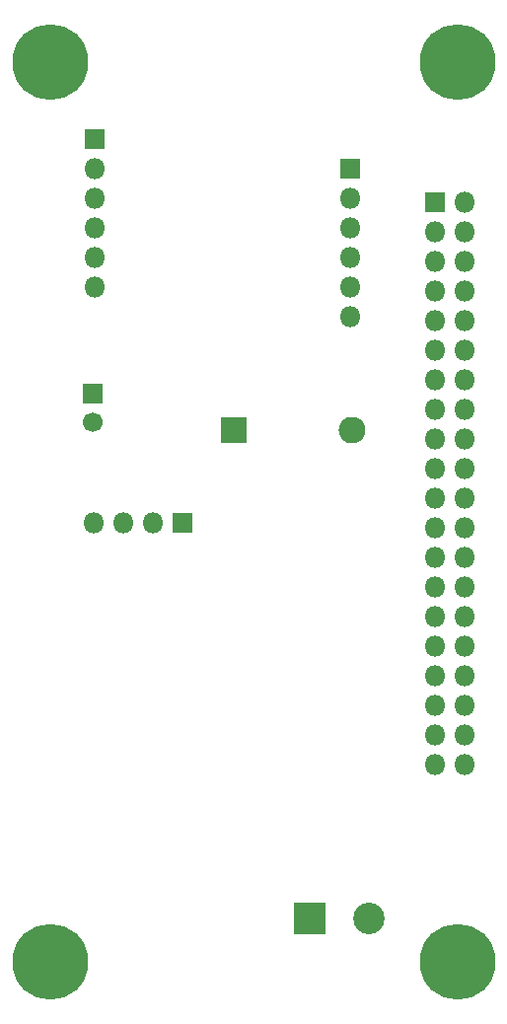
<source format=gbr>
%TF.GenerationSoftware,KiCad,Pcbnew,5.1.6+dfsg1-1*%
%TF.CreationDate,2021-04-08T11:29:05+02:00*%
%TF.ProjectId,gsm-rtc-board,67736d2d-7274-4632-9d62-6f6172642e6b,rev?*%
%TF.SameCoordinates,Original*%
%TF.FileFunction,Soldermask,Bot*%
%TF.FilePolarity,Negative*%
%FSLAX46Y46*%
G04 Gerber Fmt 4.6, Leading zero omitted, Abs format (unit mm)*
G04 Created by KiCad (PCBNEW 5.1.6+dfsg1-1) date 2021-04-08 11:29:05*
%MOMM*%
%LPD*%
G01*
G04 APERTURE LIST*
%ADD10O,1.800000X1.800000*%
%ADD11R,1.800000X1.800000*%
%ADD12C,6.500000*%
%ADD13C,2.700000*%
%ADD14R,2.700000X2.700000*%
%ADD15O,2.300000X2.300000*%
%ADD16R,2.300000X2.300000*%
%ADD17C,1.700000*%
%ADD18R,1.700000X1.700000*%
G04 APERTURE END LIST*
D10*
%TO.C,J4*%
X77760000Y-108400000D03*
X80300000Y-108400000D03*
X82840000Y-108400000D03*
D11*
X85380000Y-108400000D03*
%TD*%
D12*
%TO.C,REF\u002A\u002A*%
X74000000Y-146100000D03*
%TD*%
%TO.C,REF\u002A\u002A*%
X109000000Y-146100000D03*
%TD*%
%TO.C,REF\u002A\u002A*%
X109000000Y-68900000D03*
%TD*%
%TO.C,REF\u002A\u002A*%
X74000000Y-68900000D03*
%TD*%
D10*
%TO.C,REF\u002A\u002A*%
X99800000Y-90740000D03*
X99800000Y-88200000D03*
X99800000Y-85660000D03*
X99800000Y-83120000D03*
X99800000Y-80580000D03*
D11*
X99800000Y-78040000D03*
%TD*%
D10*
%TO.C,J2*%
X77800000Y-88200000D03*
X77800000Y-85660000D03*
X77800000Y-83120000D03*
X77800000Y-80580000D03*
X77800000Y-78040000D03*
D11*
X77800000Y-75500000D03*
%TD*%
D10*
%TO.C,J3*%
X109600000Y-129140000D03*
X107060000Y-129140000D03*
X109600000Y-126600000D03*
X107060000Y-126600000D03*
X109600000Y-124060000D03*
X107060000Y-124060000D03*
X109600000Y-121520000D03*
X107060000Y-121520000D03*
X109600000Y-118980000D03*
X107060000Y-118980000D03*
X109600000Y-116440000D03*
X107060000Y-116440000D03*
X109600000Y-113900000D03*
X107060000Y-113900000D03*
X109600000Y-111360000D03*
X107060000Y-111360000D03*
X109600000Y-108820000D03*
X107060000Y-108820000D03*
X109600000Y-106280000D03*
X107060000Y-106280000D03*
X109600000Y-103740000D03*
X107060000Y-103740000D03*
X109600000Y-101200000D03*
X107060000Y-101200000D03*
X109600000Y-98660000D03*
X107060000Y-98660000D03*
X109600000Y-96120000D03*
X107060000Y-96120000D03*
X109600000Y-93580000D03*
X107060000Y-93580000D03*
X109600000Y-91040000D03*
X107060000Y-91040000D03*
X109600000Y-88500000D03*
X107060000Y-88500000D03*
X109600000Y-85960000D03*
X107060000Y-85960000D03*
X109600000Y-83420000D03*
X107060000Y-83420000D03*
X109600000Y-80880000D03*
D11*
X107060000Y-80880000D03*
%TD*%
D13*
%TO.C,J1*%
X101380000Y-142400000D03*
D14*
X96300000Y-142400000D03*
%TD*%
D15*
%TO.C,D1*%
X99960000Y-100500000D03*
D16*
X89800000Y-100500000D03*
%TD*%
D17*
%TO.C,C1*%
X77700000Y-99800000D03*
D18*
X77700000Y-97300000D03*
%TD*%
M02*

</source>
